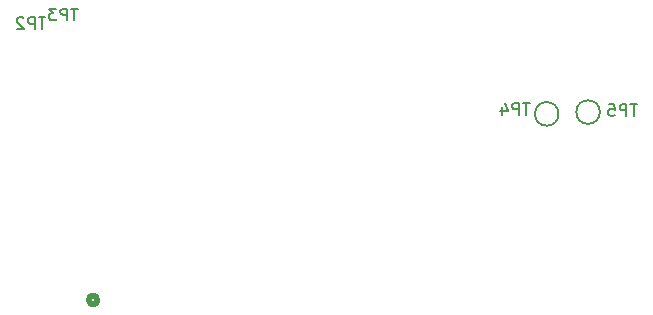
<source format=gbr>
%TF.GenerationSoftware,KiCad,Pcbnew,8.0.5*%
%TF.CreationDate,2024-11-04T18:47:41-08:00*%
%TF.ProjectId,digitalclock,64696769-7461-46c6-936c-6f636b2e6b69,rev?*%
%TF.SameCoordinates,Original*%
%TF.FileFunction,Legend,Bot*%
%TF.FilePolarity,Positive*%
%FSLAX46Y46*%
G04 Gerber Fmt 4.6, Leading zero omitted, Abs format (unit mm)*
G04 Created by KiCad (PCBNEW 8.0.5) date 2024-11-04 18:47:41*
%MOMM*%
%LPD*%
G01*
G04 APERTURE LIST*
%ADD10C,0.170000*%
%ADD11C,0.508000*%
%ADD12C,0.203200*%
G04 APERTURE END LIST*
D10*
X127153719Y-89029579D02*
X126582291Y-89029579D01*
X126868005Y-90029579D02*
X126868005Y-89029579D01*
X126248957Y-90029579D02*
X126248957Y-89029579D01*
X126248957Y-89029579D02*
X125868005Y-89029579D01*
X125868005Y-89029579D02*
X125772767Y-89077198D01*
X125772767Y-89077198D02*
X125725148Y-89124817D01*
X125725148Y-89124817D02*
X125677529Y-89220055D01*
X125677529Y-89220055D02*
X125677529Y-89362912D01*
X125677529Y-89362912D02*
X125725148Y-89458150D01*
X125725148Y-89458150D02*
X125772767Y-89505769D01*
X125772767Y-89505769D02*
X125868005Y-89553388D01*
X125868005Y-89553388D02*
X126248957Y-89553388D01*
X125344195Y-89029579D02*
X124725148Y-89029579D01*
X124725148Y-89029579D02*
X125058481Y-89410531D01*
X125058481Y-89410531D02*
X124915624Y-89410531D01*
X124915624Y-89410531D02*
X124820386Y-89458150D01*
X124820386Y-89458150D02*
X124772767Y-89505769D01*
X124772767Y-89505769D02*
X124725148Y-89601007D01*
X124725148Y-89601007D02*
X124725148Y-89839102D01*
X124725148Y-89839102D02*
X124772767Y-89934340D01*
X124772767Y-89934340D02*
X124820386Y-89981960D01*
X124820386Y-89981960D02*
X124915624Y-90029579D01*
X124915624Y-90029579D02*
X125201338Y-90029579D01*
X125201338Y-90029579D02*
X125296576Y-89981960D01*
X125296576Y-89981960D02*
X125344195Y-89934340D01*
X124392919Y-89778779D02*
X123821491Y-89778779D01*
X124107205Y-90778779D02*
X124107205Y-89778779D01*
X123488157Y-90778779D02*
X123488157Y-89778779D01*
X123488157Y-89778779D02*
X123107205Y-89778779D01*
X123107205Y-89778779D02*
X123011967Y-89826398D01*
X123011967Y-89826398D02*
X122964348Y-89874017D01*
X122964348Y-89874017D02*
X122916729Y-89969255D01*
X122916729Y-89969255D02*
X122916729Y-90112112D01*
X122916729Y-90112112D02*
X122964348Y-90207350D01*
X122964348Y-90207350D02*
X123011967Y-90254969D01*
X123011967Y-90254969D02*
X123107205Y-90302588D01*
X123107205Y-90302588D02*
X123488157Y-90302588D01*
X122535776Y-89874017D02*
X122488157Y-89826398D01*
X122488157Y-89826398D02*
X122392919Y-89778779D01*
X122392919Y-89778779D02*
X122154824Y-89778779D01*
X122154824Y-89778779D02*
X122059586Y-89826398D01*
X122059586Y-89826398D02*
X122011967Y-89874017D01*
X122011967Y-89874017D02*
X121964348Y-89969255D01*
X121964348Y-89969255D02*
X121964348Y-90064493D01*
X121964348Y-90064493D02*
X122011967Y-90207350D01*
X122011967Y-90207350D02*
X122583395Y-90778779D01*
X122583395Y-90778779D02*
X121964348Y-90778779D01*
X174492919Y-97118779D02*
X173921491Y-97118779D01*
X174207205Y-98118779D02*
X174207205Y-97118779D01*
X173588157Y-98118779D02*
X173588157Y-97118779D01*
X173588157Y-97118779D02*
X173207205Y-97118779D01*
X173207205Y-97118779D02*
X173111967Y-97166398D01*
X173111967Y-97166398D02*
X173064348Y-97214017D01*
X173064348Y-97214017D02*
X173016729Y-97309255D01*
X173016729Y-97309255D02*
X173016729Y-97452112D01*
X173016729Y-97452112D02*
X173064348Y-97547350D01*
X173064348Y-97547350D02*
X173111967Y-97594969D01*
X173111967Y-97594969D02*
X173207205Y-97642588D01*
X173207205Y-97642588D02*
X173588157Y-97642588D01*
X172111967Y-97118779D02*
X172588157Y-97118779D01*
X172588157Y-97118779D02*
X172635776Y-97594969D01*
X172635776Y-97594969D02*
X172588157Y-97547350D01*
X172588157Y-97547350D02*
X172492919Y-97499731D01*
X172492919Y-97499731D02*
X172254824Y-97499731D01*
X172254824Y-97499731D02*
X172159586Y-97547350D01*
X172159586Y-97547350D02*
X172111967Y-97594969D01*
X172111967Y-97594969D02*
X172064348Y-97690207D01*
X172064348Y-97690207D02*
X172064348Y-97928302D01*
X172064348Y-97928302D02*
X172111967Y-98023540D01*
X172111967Y-98023540D02*
X172159586Y-98071160D01*
X172159586Y-98071160D02*
X172254824Y-98118779D01*
X172254824Y-98118779D02*
X172492919Y-98118779D01*
X172492919Y-98118779D02*
X172588157Y-98071160D01*
X172588157Y-98071160D02*
X172635776Y-98023540D01*
X165392919Y-97039379D02*
X164821491Y-97039379D01*
X165107205Y-98039379D02*
X165107205Y-97039379D01*
X164488157Y-98039379D02*
X164488157Y-97039379D01*
X164488157Y-97039379D02*
X164107205Y-97039379D01*
X164107205Y-97039379D02*
X164011967Y-97086998D01*
X164011967Y-97086998D02*
X163964348Y-97134617D01*
X163964348Y-97134617D02*
X163916729Y-97229855D01*
X163916729Y-97229855D02*
X163916729Y-97372712D01*
X163916729Y-97372712D02*
X163964348Y-97467950D01*
X163964348Y-97467950D02*
X164011967Y-97515569D01*
X164011967Y-97515569D02*
X164107205Y-97563188D01*
X164107205Y-97563188D02*
X164488157Y-97563188D01*
X163059586Y-97372712D02*
X163059586Y-98039379D01*
X163297681Y-96991760D02*
X163535776Y-97706045D01*
X163535776Y-97706045D02*
X162916729Y-97706045D01*
D11*
%TO.C,J4*%
X128821000Y-113709000D02*
G75*
G02*
X128059000Y-113709000I-381000J0D01*
G01*
X128059000Y-113709000D02*
G75*
G02*
X128821000Y-113709000I381000J0D01*
G01*
D12*
%TO.C,TP5*%
X171350000Y-97800000D02*
G75*
G02*
X169350000Y-97800000I-1000000J0D01*
G01*
X169350000Y-97800000D02*
G75*
G02*
X171350000Y-97800000I1000000J0D01*
G01*
%TO.C,TP4*%
X167850000Y-97950000D02*
G75*
G02*
X165850000Y-97950000I-1000000J0D01*
G01*
X165850000Y-97950000D02*
G75*
G02*
X167850000Y-97950000I1000000J0D01*
G01*
%TD*%
M02*

</source>
